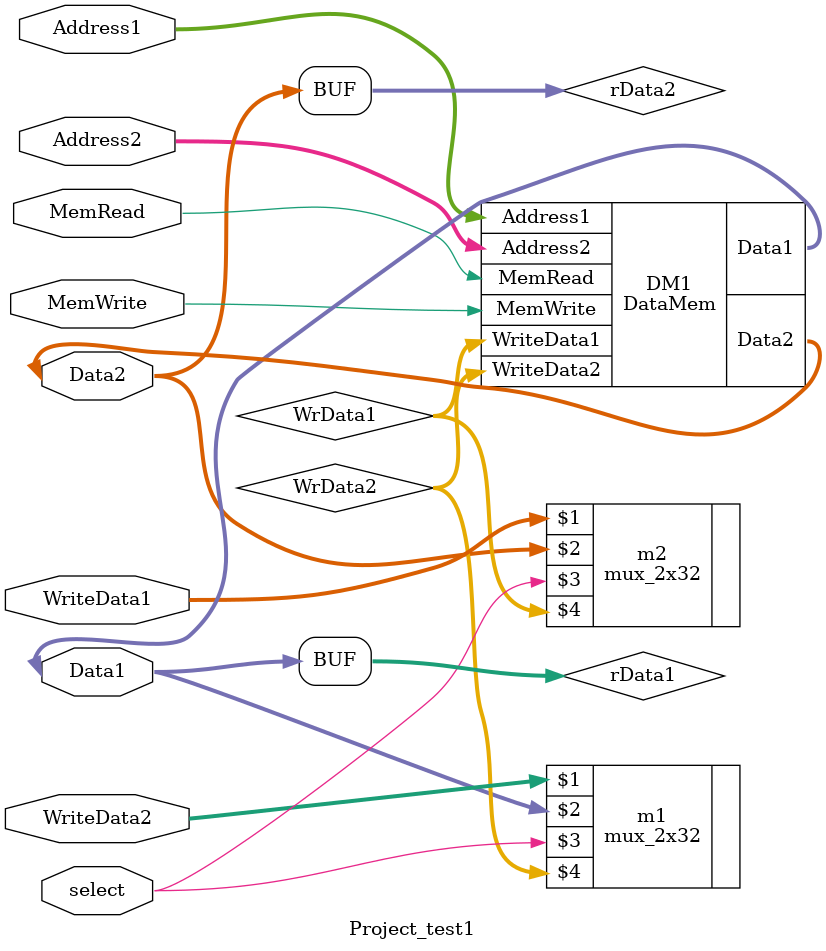
<source format=v>
module DataMem (input [31:0]Address1,Address2,WriteData1,WriteData2,input MemRead,MemWrite,inout [31:0]Data1,Data2);
  reg [7:0] mem [0:63];
  initial begin
    mem[0]=8'b 00000000;
    mem[1]=8'b 00000001;
    mem[2]=8'b 00000010;
    mem[3]=8'b 00000011;
    mem[4]=8'b 00000000;
    mem[5]=8'b 00000000;
    mem[6]=8'b 00000000;
    mem[7]=8'b 00000100;
    mem[8]=8'b 00000000;
    mem[9]=8'b 00000000;
    mem[10]=8'b 00000000;
    mem[11]=8'b 00001100;
    mem[12]=8'b 00001100;
    mem[13]=8'b 00001101;
    mem[14]=8'b 00001110;
    mem[15]=8'b 00001111;
    mem[16]=8'b 00010000;
    mem[17]=8'b 00010001;
    mem[18]=8'b 00010010;
    mem[19]=8'b 00010011;
    mem[20]=8'b 00010100;
    mem[21]=8'b 00010101;
    mem[22]=8'b 00010110;
    mem[23]=8'b 00010111;
    mem[24]=8'b 00100000;
    mem[25]=8'b 00100001;
    mem[26]=8'b 00100010;
    mem[27]=8'b 00100011;
    mem[28]=8'b 00100100;
    mem[29]=8'b 00100101;
    mem[30]=8'b 00100110;
    mem[31]=8'b 00100111;
    mem[32]=8'b 00101000;
    mem[33]=8'b 00101001;
    mem[34]=8'b 00101010;
    mem[35]=8'b 00101011;
    mem[36]=8'b 00101100;
    mem[37]=8'b 00000101;
    mem[38]=8'b 00000110;
    mem[39]=8'b 00000111;
    mem[40]=8'b 00000000;
    mem[41]=8'b 00000001;
    mem[42]=8'b 00000010;
    mem[43]=8'b 00000011;
    mem[44]=8'b 00000100;
    mem[45]=8'b 00000101;
    mem[46]=8'b 00000110;
    mem[47]=8'b 00000111;
    mem[48]=8'b 00000000;
    mem[49]=8'b 00000001;
    mem[50]=8'b 00000010;
    mem[51]=8'b 00000011;
    mem[52]=8'b 00000100;
    mem[53]=8'b 00000101;
    mem[54]=8'b 00000110;
    mem[55]=8'b 00000111;
    mem[56]=8'b 00000000;
    mem[57]=8'b 00000001;
    mem[58]=8'b 00000010;
    mem[59]=8'b 00000011;
    mem[60]=8'b 00000100;
    mem[61]=8'b 00000101;
    mem[62]=8'b 00000110;
    mem[63]=8'b 00000111;
end
wire [31:0]address11,address12,address13,address21,address22,address23;
wire co,ov;
CSA_32bit f1 (Address1,32'b00000000000000000000000000000001,1'b0,address11,co,ov),
          f2 (Address1,32'b00000000000000000000000000000010,1'b0,address12,co,ov),
          f3 (Address1,32'b00000000000000000000000000000011,1'b0,address13,co,ov),
          f4 (Address2,32'b00000000000000000000000000000001,1'b0,address21,co,ov),
          f5 (Address2,32'b00000000000000000000000000000010,1'b0,address22,co,ov),
          f6 (Address2,32'b00000000000000000000000000000011,1'b0,address23,co,ov);
assign Data1[31:24]=MemRead ? mem[Address1]:8'b zzzzzzzz;
assign Data1[23:16]=MemRead ? mem[address11]:8'b zzzzzzzz;
assign Data1[15:8]=MemRead ? mem[address12]:8'b zzzzzzzz;
assign Data1[7:0]=MemRead ? mem[address13]:8'b zzzzzzzz;
assign Data2[31:24]=MemRead ? mem[Address2]:8'b zzzzzzzz;
assign Data2[23:16]=MemRead ? mem[address21]:8'b zzzzzzzz;
assign Data2[15:8]=MemRead ? mem[address22]:8'b zzzzzzzz;
assign Data2[7:0]=MemRead ? mem[address23]:8'b zzzzzzzz;
always @ (MemWrite,WriteData1,WriteData2) begin
if (MemWrite) begin 
mem[Address1]=WriteData1[31:24];
mem[address11]=WriteData1[23:16];
mem[address12]=WriteData1[15:8];
mem[address13]=WriteData1[7:0];
mem[Address2]=WriteData2[31:24];
mem[address21]=WriteData2[23:16];
mem[address22]=WriteData2[15:8];
mem[address23]=WriteData2[7:0];
end
end
endmodule
////////////////////////////////////
module Project_test1 (input [31:0]Address1,Address2,WriteData1,WriteData2,input select,MemRead,MemWrite,inout [31:0]Data1,Data2);
reg [31:0] rData1,rData2;
wire [31:0] WrData1,WrData2;
mux_2x32 m1 (WriteData2,rData1,select,WrData2),
         m2 (WriteData1,rData2,select,WrData1);  
DataMem DM1 (Address1,Address2,WrData1,WrData2,MemRead,MemWrite,Data1,Data2);
always@( Address1,Address2 ) begin
rData1 <= Data1;
rData2 <= Data2;
end
endmodule
</source>
